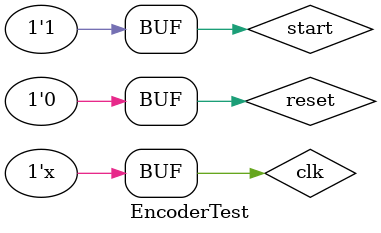
<source format=v>
`timescale 1ns / 1ps


module EncoderTest;

	// Inputs
	reg reset;
	reg clk;
	reg start; 

	// Instantiate the Unit Under Test (UUT)
	Encoder uut (
		.reset(reset), 
		.clk(clk), 
		.start(start)
	);

	initial begin
		// Initialize Inputs
		reset = 1;
		clk = 0;
		start = 0;

		// Wait 100 ns for global reset to finish
		#6;
		
		reset = 0;
		start = 1;
        
		// Add stimulus here

	end
	always #1 clk = ~clk;
   
endmodule


</source>
